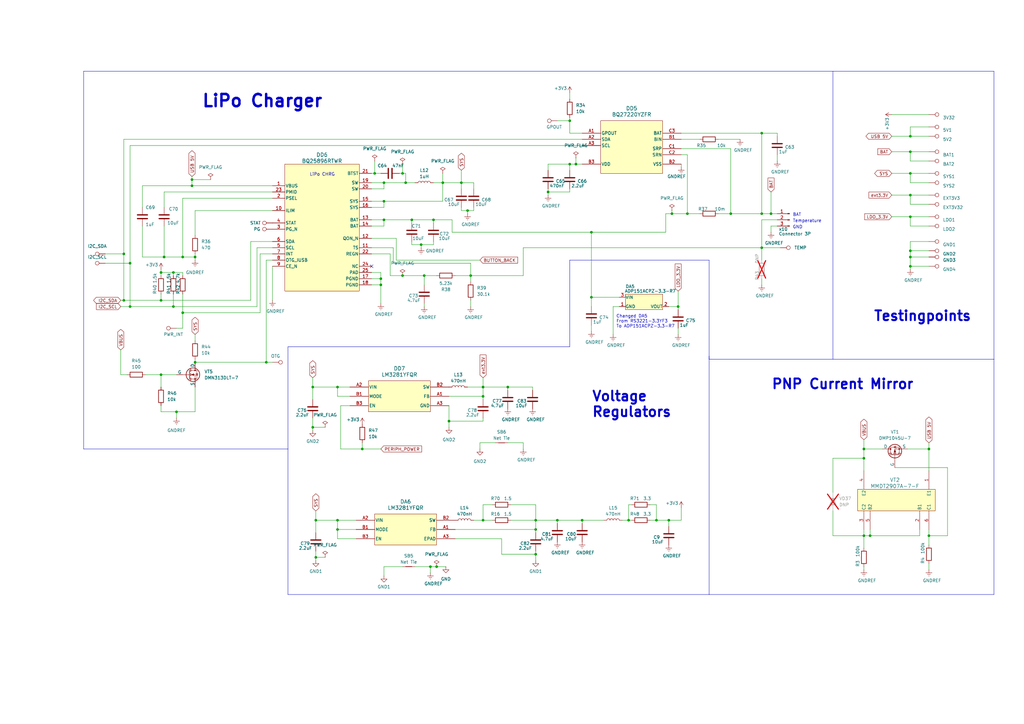
<source format=kicad_sch>
(kicad_sch (version 20250114) (generator "eeschema") (generator_version "9.0")
  (paper "A3")
  (title_block (title "Flipper Device DIY") (rev "13.F7B9C6") (company "Originally from : Flipper Devices Inc.") (comment 1 "DIY Version 1.0"))
  (lib_symbols
    (symbol "BQ25896RTWR:BQ25896RTWR" (pin_names (offset 0.254))
      (property "Reference" "DD6" (at 0 38.1 0))
      (property "Value" "BQ25896RTWR" (at 0 35.56 0))
      (symbol "BQ25896RTWR_0_1"
        (pin power_in line (at -20.32 25.4 0) (length 5.08) (name "VBUS") (number "1"))
        (pin output line (at -20.32 22.86 0) (length 5.08) (name "PMID") (number "23"))
        (pin input line (at -20.32 20.32 0) (length 5.08) (name "PSEL") (number "2"))
        (pin input line (at -20.32 15.24 0) (length 5.08) (name "ILIM") (number "10"))
        (pin open_collector line (at -20.32 10.16 0) (length 5.08) (name "STAT") (number "4"))
        (pin bidirectional line (at -20.32 2.54 0) (length 5.08) (name "SDA") (number "6"))
        (pin input line (at -20.32 0 0) (length 5.08) (name "SCL") (number "5"))
        (pin bidirectional line (at -20.32 -2.54 0) (length 5.08) (name "INT") (number "7"))
        (pin input line (at -20.32 -5.08 0) (length 5.08) (name "OTG_IUSB") (number "8"))
        (pin input line (at -20.32 -7.62 0) (length 5.08) (name "CE_N") (number "9"))
        (pin power_in line (at 20.32 30.48 180) (length 5.08) (name "BTST") (number "21"))
        (pin power_in line (at 20.32 26.67 180) (length 5.08) (name "SW") (number "19"))
        (pin power_in line (at 20.32 24.13 180) (length 5.08) (name "SW") (number "20"))
        (pin input line (at 20.32 19.05 180) (length 5.08) (name "SYS") (number "15"))
        (pin input line (at 20.32 16.51 180) (length 5.08) (name "SYS") (number "16"))
        (pin power_in line (at 20.32 11.43 180) (length 5.08) (name "BAT") (number "13"))
        (pin power_in line (at 20.32 8.89 180) (length 5.08) (name "BAT") (number "14"))
        (pin input line (at 20.32 3.81 180) (length 5.08) (name "QON_N") (number "12"))
        (pin input line (at 20.32 0 180) (length 5.08) (name "TS") (number "11"))
        (pin power_in line (at 20.32 -2.54 180) (length 5.08) (name "REGN") (number "22"))
        (pin unspecified line (at 20.32 -7.62 180) (length 5.08) (name "NC") (number "24"))
        (pin power_in line (at 20.32 -10.16 180) (length 5.08) (name "PAD") (number "25"))
        (pin power_in line (at 20.32 -12.7 180) (length 5.08) (name "PGND") (number "17"))
        (pin power_in line (at 20.32 -15.24 180) (length 5.08) (name "PGND") (number "18"))
      )
      (symbol "BQ25896RTWR_1_1"
        (pin open_collector line (at -20.32 7.62 0) (length 5.08) (name "PG_N") (number "3"))
      )
    )
    (symbol "BQ27220YZFR:BQ27220YZFR" (pin_names (offset 0.254))
      (property "Reference" "DD5" (at 20.32 10.16 0))
      (property "Value" "BQ27220YZFR" (at 20.32 7.62 0))
      (symbol "BQ27220YZFR_0_1"
        (pin output line (at 0 0 0) (length 7.62) (name "GPOUT") (number "A1"))
        (pin bidirectional line (at 0 -2.54 0) (length 7.62) (name "SDA") (number "A2"))
        (pin bidirectional line (at 0 -5.08 0) (length 7.62) (name "SCL") (number "A3"))
        (pin power_in line (at 0 -12.7 0) (length 7.62) (name "VDD") (number "B3"))
        (pin input line (at 40.64 0 180) (length 7.62) (name "BAT") (number "C3"))
        (pin input line (at 40.64 -6.35 180) (length 7.62) (name "SRP") (number "C1"))
        (pin input line (at 40.64 -8.89 180) (length 7.62) (name "SRN") (number "C2"))
        (pin power_in line (at 40.64 -12.7 180) (length 7.62) (name "VSS") (number "B2"))
      )
      (symbol "BQ27220YZFR_1_1"
        (pin input line (at 40.64 -2.54 180) (length 7.62) (name "BIN") (number "B1"))
      )
    )
    (symbol "Connector2:Conn_01x03_Male" (pin_names (offset 1.016) (hide yes))
      (property "Reference" "J" (at 0 5.08 0))
      (property "Value" "Conn_01x03_Male" (at 0 -5.08 0))
      (symbol "Conn_01x03_Male_1_1"
        (pin passive line (at 5.08 2.54 180) (length 3.81) (name "Pin_1") (number "1"))
        (pin passive line (at 5.08 0 180) (length 3.81) (name "Pin_2") (number "2"))
        (pin passive line (at 5.08 -2.54 180) (length 3.81) (name "Pin_3") (number "3"))
      )
    )
    (symbol "Connector:TestPoint" (pin_numbers (hide yes)) (pin_names (offset 0.762) (hide yes))
      (property "Reference" "TP" (at 0 6.858 0))
      (property "Value" "TestPoint" (at 0 5.08 0))
      (symbol "TestPoint_1_1"
        (pin passive line (at 0 0 90) (length 2.54) (name "1") (number "1"))
      )
    )
    (symbol "Device:C" (pin_numbers (hide yes)) (pin_names (offset 0.254))
      (property "Reference" "C" (at 0.635 2.54 0))
      (property "Value" "C" (at 0.635 -2.54 0))
      (symbol "C_1_1"
        (pin passive line (at 0 3.81 270) (length 2.794) (name "~") (number "1"))
        (pin passive line (at 0 -3.81 90) (length 2.794) (name "~") (number "2"))
      )
    )
    (symbol "Device:D" (pin_numbers (hide yes)) (pin_names (offset 1.016) (hide yes))
      (property "Reference" "D" (at 0 2.54 0))
      (property "Value" "D" (at 0 -2.54 0))
      (symbol "D_1_1"
        (pin passive line (at -3.81 0 0) (length 2.54) (name "K") (number "1"))
        (pin passive line (at 3.81 0 180) (length 2.54) (name "A") (number "2"))
      )
    )
    (symbol "Device:L" (pin_numbers (hide yes)) (pin_names (offset 1.016) (hide yes))
      (property "Reference" "L" (at -1.27 0 90))
      (property "Value" "L" (at 1.905 0 90))
      (symbol "L_1_1"
        (pin passive line (at 0 3.81 270) (length 1.27) (name "1") (number "1"))
        (pin passive line (at 0 -3.81 90) (length 1.27) (name "2") (number "2"))
      )
    )
    (symbol "Device:NetTie_2" (pin_numbers (hide yes)) (pin_names (offset 0) (hide yes)) (in_bom no)
      (property "Reference" "NT" (at 0 1.27 0))
      (property "Value" "NetTie_2" (at 0 -1.27 0))
      (symbol "NetTie_2_1_1"
        (pin passive line (at -2.54 0 0) (length 2.54) (name "1") (number "1"))
        (pin passive line (at 2.54 0 180) (length 2.54) (name "2") (number "2"))
      )
    )
    (symbol "Device:R" (pin_numbers (hide yes)) (pin_names (offset 0))
      (property "Reference" "R" (at 2.032 0 90))
      (property "Value" "R" (at 0 0 90))
      (symbol "R_1_1"
        (pin passive line (at 0 3.81 270) (length 1.27) (name "~") (number "1"))
        (pin passive line (at 0 -3.81 90) (length 1.27) (name "~") (number "2"))
      )
    )
    (symbol "Flipper_Zero_Lib:RS3221-3.3YF3" (pin_names (offset 0.0001))
      (property "Reference" "DA5" (at -5.715 1.905 0))
      (property "Value" "ADP151ACPZ-3.3-R7" (at 2.54 0 0))
      (symbol "RS3221-3.3YF3_1_1"
        (pin input line (at -10.16 -2.54 0) (length 2.54) (name "VIN") (number "3"))
        (pin passive line (at -10.16 -6.35 0) (length 2.54) (name "GND") (number "1"))
        (pin output line (at 10.16 -6.35 180) (length 2.54) (name "VOUT") (number "2"))
      )
    )
    (symbol "LM3281YFQR:LM3281YFQR" (pin_names (offset 0.254))
      (property "Reference" "U1" (at 20.32 10.16 0))
      (property "Value" "LM3281YFQR" (at 20.32 7.62 0))
      (symbol "LM3281YFQR_0_1"
        (pin input line (at 0 2.54 0) (length 7.62) (name "VIN") (number "A2"))
        (pin unspecified line (at 0 -1.27 0) (length 7.62) (name "MODE") (number "B1"))
        (pin unspecified line (at 40.64 2.54 180) (length 7.62) (name "SW") (number "B2"))
        (pin output line (at 40.64 -1.27 180) (length 7.62) (name "FB") (number "A1"))
      )
      (symbol "LM3281YFQR_1_1"
        (pin unspecified line (at 0 -5.08 0) (length 7.62) (name "EN") (number "B3"))
        (pin unspecified line (at 40.64 -5.08 180) (length 7.62) (name "EPAD") (number "A3"))
      )
    )
    (symbol "LM3281YFQR_1" (pin_names (offset 0.254))
      (property "Reference" "DD7" (at 20.32 10.16 0))
      (property "Value" "LM3281YFQR" (at 20.32 7.62 0))
      (symbol "LM3281YFQR_1_0_1"
        (pin input line (at 0 2.54 0) (length 7.62) (name "VIN") (number "A2"))
        (pin unspecified line (at 0 -1.27 0) (length 7.62) (name "MODE") (number "B1"))
        (pin unspecified line (at 40.64 2.54 180) (length 7.62) (name "SW") (number "B2"))
        (pin output line (at 40.64 -1.27 180) (length 7.62) (name "FB") (number "A1"))
      )
      (symbol "LM3281YFQR_1_1_1"
        (pin unspecified line (at 0 -5.08 0) (length 7.62) (name "EN") (number "B3"))
        (pin unspecified line (at 40.64 -5.08 180) (length 7.62) (name "GND") (number "A3"))
      )
    )
    (symbol "MMDT2907A-7-F:MMDT2907A-7-F" (pin_names (offset 0.254))
      (property "Reference" "U3" (at 55.88 6.35 0))
      (property "Value" "MMDT2907A-7-F" (at 55.88 3.81 0))
      (symbol "MMDT2907A-7-F_0_1"
        (pin unspecified line (at 12.7 16.51 270) (length 7.62) (name "E2") (number "4"))
        (pin unspecified line (at 12.7 -7.62 90) (length 7.62) (name "C2") (number "3"))
        (pin unspecified line (at 15.24 -7.62 90) (length 7.62) (name "B2") (number "5"))
        (pin unspecified line (at 35.56 -7.62 90) (length 7.62) (name "B1") (number "2"))
        (pin unspecified line (at 39.37 16.51 270) (length 7.62) (name "E1") (number "1"))
        (pin unspecified line (at 39.37 -7.62 90) (length 7.62) (name "C1") (number "6"))
      )
    )
    (symbol "Simulation_SPICE:NMOS" (pin_numbers (hide yes)) (pin_names (offset 0))
      (property "Reference" "Q" (at 5.08 1.27 0))
      (property "Value" "NMOS" (at 5.08 -1.27 0))
      (symbol "NMOS_1_1"
        (pin input line (at -5.08 0 0) (length 2.54) (name "G") (number "2"))
        (pin passive line (at 2.54 5.08 270) (length 2.54) (name "D") (number "1"))
        (pin passive line (at 2.54 -5.08 90) (length 2.54) (name "S") (number "3"))
      )
    )
    (symbol "Simulation_SPICE:PMOS" (pin_numbers (hide yes)) (pin_names (offset 0))
      (property "Reference" "Q" (at 5.08 1.27 0))
      (property "Value" "PMOS" (at 5.08 -1.27 0))
      (symbol "PMOS_1_1"
        (pin input line (at -5.08 0 0) (length 2.54) (name "G") (number "2"))
        (pin passive line (at 2.54 5.08 270) (length 2.54) (name "D") (number "1"))
        (pin passive line (at 2.54 -5.08 90) (length 2.54) (name "S") (number "3"))
      )
    )
    (symbol "power:+3V3" (power) (pin_names (offset 0))
      (property "Value" "+3V3" (at 0 3.556 0))
      (symbol "+3V3_1_1"
        (pin power_in line (at 0 0 90) (length 0) (hide yes) (name "+3V3") (number "1"))
      )
    )
    (symbol "power:GND" (power) (pin_numbers (hide yes)) (pin_names (offset 0) (hide yes))
      (property "Value" "GND" (at 0 -3.81 0))
      (symbol "GND_1_1"
        (pin power_in line (at 0 0 270) (length 0) (name "~") (number "1"))
      )
    )
    (symbol "power:GND1" (power) (pin_names (offset 0))
      (property "Value" "GND1" (at 0 -3.81 0))
      (symbol "GND1_1_1"
        (pin power_in line (at 0 0 270) (length 0) (hide yes) (name "GND1") (number "1"))
      )
    )
    (symbol "power:GND2" (power) (pin_names (offset 0))
      (property "Value" "GND2" (at 0 -3.81 0))
      (symbol "GND2_1_1"
        (pin power_in line (at 0 0 270) (length 0) (hide yes) (name "GND2") (number "1"))
      )
    )
    (symbol "power:GNDREF" (power) (pin_names (offset 0))
      (property "Value" "GNDREF" (at 0 -3.81 0))
      (symbol "GNDREF_1_1"
        (pin power_in line (at 0 0 270) (length 0) (hide yes) (name "GNDREF") (number "1"))
      )
    )
    (symbol "power:PWR_FLAG" (power) (pin_numbers (hide yes)) (pin_names (offset 0) (hide yes))
      (property "Value" "PWR_FLAG" (at 0 3.81 0))
      (symbol "PWR_FLAG_0_0"
        (pin power_out line (at 0 0 90) (length 0) (name "~") (number "1"))
      )
    )
  )
  (text "LiPo CHRG" (at 127 72.39 0) (effects (font (size 1.27 1.27)) (justify left bottom)))
  (text "PNP Current Mirror" (at 316.23 160.02 0) (effects (font (size 4 4) (bold yes)) (justify left bottom)))
  (text "GND" (at 325.12 93.98 0) (effects (font (size 1.27 1.27)) (justify left bottom)))
  (text "BAT" (at 325.12 88.9 0) (effects (font (size 1.27 1.27)) (justify left bottom)))
  (text "Testingpoints" (at 358.14 132.08 0) (effects (font (size 4 4) (bold yes)) (justify left bottom)))
  (text "Changed DA5 \nFrom RS3221-3.3YF3\nTo ADP151ACPZ-3.3-R7\n" (at 252.73 134.62 0) (effects (font (size 1.27 1.27)) (justify left bottom)))
  (text "Voltage\nRegulators" (at 242.57 171.45 0) (effects (font (size 4 4) (thickness 0.8) (bold yes)) (justify left bottom)))
  (text "LiPo Charger" (at 82.55 44.45 0) (effects (font (size 5 5) (thickness 1) (bold yes)) (justify left bottom)))
  (text "Temperature" (at 325.12 91.44 0) (effects (font (size 1.27 1.27)) (justify left bottom)))
  (junction (at 219.71 227.33))
  (junction (at 373.38 105.41))
  (junction (at 153.67 71.12))
  (junction (at 53.34 107.95))
  (junction (at 74.93 128.27))
  (junction (at 373.38 102.87))
  (junction (at 278.13 125.73))
  (junction (at 50.8 123.19))
  (junction (at 191.77 86.36))
  (junction (at 242.57 121.92))
  (junction (at 138.43 217.17))
  (junction (at 172.72 100.33))
  (junction (at 312.42 87.63))
  (junction (at 129.54 228.6))
  (junction (at 275.59 87.63))
  (junction (at 354.33 184.15))
  (junction (at 198.12 162.56))
  (junction (at 373.38 62.23))
  (junction (at 157.48 90.17))
  (junction (at 312.42 54.61))
  (junction (at 71.12 111.76))
  (junction (at 257.81 213.36))
  (junction (at 373.38 80.01))
  (junction (at 80.01 105.41))
  (junction (at 71.12 125.73))
  (junction (at 173.99 113.03))
  (junction (at 269.24 213.36))
  (junction (at 198.12 213.36))
  (junction (at 156.21 114.3))
  (junction (at 78.74 73.66))
  (junction (at 233.68 67.31))
  (junction (at 354.33 219.71))
  (junction (at 312.42 101.6))
  (junction (at 219.71 213.36))
  (junction (at 109.22 148.59))
  (junction (at 228.6 213.36))
  (junction (at 66.04 153.67))
  (junction (at 66.04 123.19))
  (junction (at 165.1 113.03))
  (junction (at 219.71 217.17))
  (junction (at 53.34 125.73))
  (junction (at 177.8 90.17))
  (junction (at 128.27 158.75))
  (junction (at 184.15 172.72))
  (junction (at 74.93 105.41))
  (junction (at 193.04 113.03))
  (junction (at 181.61 74.93))
  (junction (at 78.74 76.2))
  (junction (at 233.68 49.53))
  (junction (at 176.53 232.41))
  (junction (at 373.38 55.88))
  (junction (at 198.12 158.75))
  (junction (at 356.87 219.71))
  (junction (at 373.38 71.12))
  (junction (at 129.54 213.36))
  (junction (at 156.21 116.84))
  (junction (at 157.48 74.93))
  (junction (at 373.38 109.22))
  (junction (at 299.72 87.63))
  (junction (at 80.01 148.59))
  (junction (at 274.32 213.36))
  (junction (at 50.8 104.14))
  (junction (at 128.27 175.26))
  (junction (at 67.31 105.41))
  (junction (at 236.22 67.31))
  (junction (at 72.39 168.91))
  (junction (at 354.33 187.96))
  (junction (at 166.37 74.93))
  (junction (at 373.38 88.9))
  (junction (at 381 184.15))
  (junction (at 189.23 74.93))
  (junction (at 224.79 78.74))
  (junction (at 179.07 232.41))
  (junction (at 316.23 87.63))
  (junction (at 168.91 90.17))
  (junction (at 148.59 184.15))
  (junction (at 381 219.71))
  (junction (at 208.28 158.75))
  (junction (at 242.57 95.25))
  (junction (at 238.76 213.36))
  (junction (at 66.04 111.76))
  (junction (at 165.1 71.12))
  (junction (at 281.94 87.63))
  (junction (at 138.43 213.36))
  (junction (at 138.43 158.75))
  (junction (at 157.48 82.55))
  (no_connect (at 152.4 109.22))
  (wire (pts (xy 373.38 80.01) (xy 381 80.01)))
  (wire (pts (xy 186.69 217.17) (xy 219.71 217.17)))
  (wire (pts (xy 128.27 154.94) (xy 128.27 158.75)))
  (wire (pts (xy 148.59 184.15) (xy 156.21 184.15)))
  (wire (pts (xy 53.34 107.95) (xy 53.34 125.73)))
  (wire (pts (xy 381 219.71) (xy 381 217.17)))
  (wire (pts (xy 152.4 74.93) (xy 157.48 74.93)))
  (wire (pts (xy 111.76 109.22) (xy 111.76 123.19)))
  (wire (pts (xy 354.33 219.71) (xy 341.63 219.71)))
  (wire (pts (xy 233.68 67.31) (xy 236.22 67.31)))
  (polyline (pts (xy 34.29 29.21) (xy 341.63 29.21)))
  (wire (pts (xy 152.4 92.71) (xy 157.48 92.71)))
  (wire (pts (xy 381 83.82) (xy 373.38 83.82)))
  (wire (pts (xy 381 66.04) (xy 373.38 66.04)))
  (wire (pts (xy 193.04 113.03) (xy 186.69 113.03)))
  (wire (pts (xy 341.63 219.71) (xy 341.63 209.55)))
  (wire (pts (xy 78.74 76.2) (xy 111.76 76.2)))
  (wire (pts (xy 273.05 87.63) (xy 275.59 87.63)))
  (wire (pts (xy 139.7 166.37) (xy 143.51 166.37)))
  (wire (pts (xy 233.68 38.1) (xy 233.68 40.64)))
  (wire (pts (xy 111.76 86.36) (xy 80.01 86.36)))
  (wire (pts (xy 106.68 104.14) (xy 106.68 128.27)))
  (wire (pts (xy 74.93 113.03) (xy 74.93 111.76)))
  (wire (pts (xy 184.15 172.72) (xy 184.15 175.26)))
  (wire (pts (xy 257.81 207.01) (xy 257.81 213.36)))
  (wire (pts (xy 381 184.15) (xy 372.11 184.15)))
  (wire (pts (xy 161.29 101.6) (xy 161.29 107.95)))
  (wire (pts (xy 184.15 172.72) (xy 184.15 166.37)))
  (wire (pts (xy 156.21 111.76) (xy 156.21 114.3)))
  (wire (pts (xy 189.23 74.93) (xy 181.61 74.93)))
  (wire (pts (xy 78.74 73.66) (xy 86.36 73.66)))
  (wire (pts (xy 219.71 217.17) (xy 219.71 218.44)))
  (wire (pts (xy 312.42 87.63) (xy 316.23 87.63)))
  (wire (pts (xy 186.69 220.98) (xy 205.74 220.98)))
  (wire (pts (xy 156.21 116.84) (xy 156.21 124.46)))
  (wire (pts (xy 194.31 74.93) (xy 189.23 74.93)))
  (wire (pts (xy 377.19 219.71) (xy 356.87 219.71)))
  (wire (pts (xy 129.54 209.55) (xy 129.54 213.36)))
  (wire (pts (xy 233.68 49.53) (xy 228.6 49.53)))
  (wire (pts (xy 365.76 71.12) (xy 373.38 71.12)))
  (wire (pts (xy 236.22 67.31) (xy 238.76 67.31)))
  (wire (pts (xy 157.48 92.71) (xy 157.48 90.17)))
  (wire (pts (xy 274.32 213.36) (xy 279.4 213.36)))
  (wire (pts (xy 381 74.93) (xy 373.38 74.93)))
  (wire (pts (xy 185.42 90.17) (xy 185.42 95.25)))
  (wire (pts (xy 381 193.04) (xy 381 184.15)))
  (wire (pts (xy 170.18 232.41) (xy 176.53 232.41)))
  (wire (pts (xy 129.54 228.6) (xy 129.54 229.87)))
  (wire (pts (xy 233.68 48.26) (xy 233.68 49.53)))
  (wire (pts (xy 177.8 90.17) (xy 185.42 90.17)))
  (wire (pts (xy 50.8 104.14) (xy 50.8 123.19)))
  (wire (pts (xy 233.68 78.74) (xy 233.68 77.47)))
  (wire (pts (xy 162.56 97.79) (xy 162.56 106.68)))
  (wire (pts (xy 181.61 71.12) (xy 181.61 74.93)))
  (wire (pts (xy 299.72 87.63) (xy 312.42 87.63)))
  (wire (pts (xy 209.55 213.36) (xy 219.71 213.36)))
  (wire (pts (xy 373.38 88.9) (xy 381 88.9)))
  (wire (pts (xy 365.76 88.9) (xy 373.38 88.9)))
  (wire (pts (xy 129.54 213.36) (xy 129.54 218.44)))
  (wire (pts (xy 43.18 107.95) (xy 53.34 107.95)))
  (wire (pts (xy 161.29 107.95) (xy 193.04 107.95)))
  (wire (pts (xy 214.63 101.6) (xy 214.63 113.03)))
  (wire (pts (xy 157.48 85.09) (xy 152.4 85.09)))
  (wire (pts (xy 228.6 214.63) (xy 228.6 213.36)))
  (wire (pts (xy 66.04 111.76) (xy 66.04 113.03)))
  (wire (pts (xy 152.4 111.76) (xy 156.21 111.76)))
  (wire (pts (xy 157.48 82.55) (xy 157.48 85.09)))
  (wire (pts (xy 58.42 85.09) (xy 58.42 76.2)))
  (wire (pts (xy 177.8 100.33) (xy 172.72 100.33)))
  (wire (pts (xy 189.23 86.36) (xy 191.77 86.36)))
  (wire (pts (xy 71.12 111.76) (xy 66.04 111.76)))
  (wire (pts (xy 66.04 110.49) (xy 66.04 111.76)))
  (wire (pts (xy 312.42 101.6) (xy 214.63 101.6)))
  (wire (pts (xy 224.79 78.74) (xy 233.68 78.74)))
  (wire (pts (xy 312.42 101.6) (xy 312.42 106.68)))
  (wire (pts (xy 71.12 113.03) (xy 71.12 111.76)))
  (wire (pts (xy 177.8 90.17) (xy 168.91 90.17)))
  (wire (pts (xy 72.39 134.62) (xy 74.93 134.62)))
  (polyline (pts (xy 34.29 184.15) (xy 118.11 184.15)))
  (wire (pts (xy 198.12 158.75) (xy 198.12 162.56)))
  (wire (pts (xy 388.62 191.77) (xy 388.62 219.71)))
  (wire (pts (xy 373.38 62.23) (xy 381 62.23)))
  (wire (pts (xy 193.04 115.57) (xy 193.04 113.03)))
  (wire (pts (xy 66.04 168.91) (xy 72.39 168.91)))
  (wire (pts (xy 214.63 181.61) (xy 214.63 184.15)))
  (wire (pts (xy 238.76 57.15) (xy 50.8 57.15)))
  (wire (pts (xy 157.48 232.41) (xy 165.1 232.41)))
  (wire (pts (xy 381 92.71) (xy 373.38 92.71)))
  (wire (pts (xy 274.32 213.36) (xy 269.24 213.36)))
  (wire (pts (xy 157.48 74.93) (xy 166.37 74.93)))
  (wire (pts (xy 318.77 54.61) (xy 318.77 55.88)))
  (wire (pts (xy 381 52.07) (xy 373.38 52.07)))
  (wire (pts (xy 50.8 123.19) (xy 66.04 123.19)))
  (wire (pts (xy 238.76 213.36) (xy 247.65 213.36)))
  (polyline (pts (xy 34.29 29.21) (xy 34.29 184.15)))
  (wire (pts (xy 275.59 86.36) (xy 275.59 87.63)))
  (wire (pts (xy 224.79 67.31) (xy 233.68 67.31)))
  (wire (pts (xy 388.62 219.71) (xy 381 219.71)))
  (wire (pts (xy 157.48 90.17) (xy 152.4 90.17)))
  (wire (pts (xy 105.41 101.6) (xy 105.41 125.73)))
  (wire (pts (xy 266.7 207.01) (xy 269.24 207.01)))
  (wire (pts (xy 279.4 54.61) (xy 312.42 54.61)))
  (wire (pts (xy 354.33 184.15) (xy 354.33 187.96)))
  (wire (pts (xy 172.72 100.33) (xy 172.72 101.6)))
  (polyline (pts (xy 118.11 184.15) (xy 118.11 142.24)))
  (wire (pts (xy 143.51 162.56) (xy 138.43 162.56)))
  (wire (pts (xy 49.53 143.51) (xy 49.53 153.67)))
  (wire (pts (xy 233.68 54.61) (xy 233.68 49.53)))
  (wire (pts (xy 138.43 162.56) (xy 138.43 158.75)))
  (wire (pts (xy 224.79 77.47) (xy 224.79 78.74)))
  (wire (pts (xy 80.01 168.91) (xy 80.01 158.75)))
  (wire (pts (xy 373.38 99.06) (xy 373.38 102.87)))
  (wire (pts (xy 198.12 172.72) (xy 184.15 172.72)))
  (wire (pts (xy 139.7 184.15) (xy 139.7 166.37)))
  (wire (pts (xy 316.23 87.63) (xy 318.77 87.63)))
  (wire (pts (xy 205.74 227.33) (xy 219.71 227.33)))
  (polyline (pts (xy 118.11 184.15) (xy 118.11 243.84)))
  (wire (pts (xy 72.39 168.91) (xy 72.39 171.45)))
  (wire (pts (xy 251.46 125.73) (xy 251.46 137.16)))
  (wire (pts (xy 281.94 63.5) (xy 279.4 63.5)))
  (wire (pts (xy 52.07 153.67) (xy 49.53 153.67)))
  (wire (pts (xy 74.93 134.62) (xy 74.93 128.27)))
  (wire (pts (xy 208.28 158.75) (xy 208.28 160.02)))
  (wire (pts (xy 341.63 187.96) (xy 354.33 187.96)))
  (wire (pts (xy 354.33 217.17) (xy 354.33 219.71)))
  (wire (pts (xy 152.4 82.55) (xy 157.48 82.55)))
  (wire (pts (xy 242.57 95.25) (xy 273.05 95.25)))
  (wire (pts (xy 146.05 220.98) (xy 138.43 220.98)))
  (wire (pts (xy 312.42 114.3) (xy 312.42 116.84)))
  (wire (pts (xy 184.15 162.56) (xy 198.12 162.56)))
  (wire (pts (xy 193.04 107.95) (xy 193.04 113.03)))
  (wire (pts (xy 157.48 77.47) (xy 157.48 74.93)))
  (wire (pts (xy 138.43 158.75) (xy 143.51 158.75)))
  (wire (pts (xy 74.93 128.27) (xy 74.93 120.65)))
  (wire (pts (xy 153.67 66.04) (xy 153.67 71.12)))
  (wire (pts (xy 152.4 71.12) (xy 153.67 71.12)))
  (wire (pts (xy 168.91 90.17) (xy 157.48 90.17)))
  (wire (pts (xy 111.76 101.6) (xy 105.41 101.6)))
  (wire (pts (xy 181.61 82.55) (xy 157.48 82.55)))
  (wire (pts (xy 53.34 125.73) (xy 49.53 125.73)))
  (wire (pts (xy 198.12 171.45) (xy 198.12 172.72)))
  (wire (pts (xy 189.23 85.09) (xy 189.23 86.36)))
  (wire (pts (xy 66.04 120.65) (xy 66.04 123.19)))
  (wire (pts (xy 316.23 78.74) (xy 316.23 87.63)))
  (wire (pts (xy 177.8 74.93) (xy 181.61 74.93)))
  (wire (pts (xy 219.71 226.06) (xy 219.71 227.33)))
  (wire (pts (xy 224.79 69.85) (xy 224.79 67.31)))
  (wire (pts (xy 191.77 86.36) (xy 191.77 87.63)))
  (wire (pts (xy 373.38 55.88) (xy 381 55.88)))
  (wire (pts (xy 181.61 74.93) (xy 181.61 82.55)))
  (wire (pts (xy 111.76 106.68) (xy 109.22 106.68)))
  (wire (pts (xy 58.42 76.2) (xy 78.74 76.2)))
  (wire (pts (xy 198.12 154.94) (xy 198.12 158.75)))
  (polyline (pts (xy 233.68 106.68) (xy 290.83 106.68)))
  (wire (pts (xy 373.38 52.07) (xy 373.38 55.88)))
  (wire (pts (xy 228.6 213.36) (xy 219.71 213.36)))
  (wire (pts (xy 146.05 217.17) (xy 138.43 217.17)))
  (polyline (pts (xy 341.63 147.32) (xy 290.83 147.32)))
  (wire (pts (xy 219.71 227.33) (xy 219.71 229.87)))
  (wire (pts (xy 373.38 83.82) (xy 373.38 80.01)))
  (wire (pts (xy 294.64 57.15) (xy 303.53 57.15)))
  (wire (pts (xy 278.13 125.73) (xy 278.13 127)))
  (wire (pts (xy 105.41 125.73) (xy 71.12 125.73)))
  (wire (pts (xy 312.42 54.61) (xy 318.77 54.61)))
  (wire (pts (xy 205.74 220.98) (xy 205.74 227.33)))
  (wire (pts (xy 111.76 104.14) (xy 106.68 104.14)))
  (wire (pts (xy 74.93 111.76) (xy 71.12 111.76)))
  (wire (pts (xy 148.59 184.15) (xy 139.7 184.15)))
  (wire (pts (xy 208.28 181.61) (xy 214.63 181.61)))
  (wire (pts (xy 59.69 153.67) (xy 66.04 153.67)))
  (wire (pts (xy 189.23 74.93) (xy 189.23 77.47)))
  (polyline (pts (xy 118.11 243.84) (xy 290.83 243.84)))
  (wire (pts (xy 312.42 101.6) (xy 320.04 101.6)))
  (wire (pts (xy 312.42 87.63) (xy 312.42 54.61)))
  (wire (pts (xy 341.63 201.93) (xy 341.63 187.96)))
  (wire (pts (xy 279.4 60.96) (xy 299.72 60.96)))
  (wire (pts (xy 238.76 214.63) (xy 238.76 213.36)))
  (wire (pts (xy 198.12 207.01) (xy 198.12 213.36)))
  (wire (pts (xy 373.38 74.93) (xy 373.38 71.12)))
  (polyline (pts (xy 118.11 142.24) (xy 233.68 142.24)))
  (wire (pts (xy 80.01 147.32) (xy 80.01 148.59)))
  (wire (pts (xy 373.38 92.71) (xy 373.38 88.9)))
  (wire (pts (xy 53.34 59.69) (xy 53.34 107.95)))
  (wire (pts (xy 365.76 55.88) (xy 373.38 55.88)))
  (wire (pts (xy 148.59 181.61) (xy 148.59 184.15)))
  (wire (pts (xy 381 99.06) (xy 373.38 99.06)))
  (wire (pts (xy 316.23 92.71) (xy 318.77 92.71)))
  (wire (pts (xy 166.37 71.12) (xy 166.37 74.93)))
  (wire (pts (xy 233.68 67.31) (xy 233.68 69.85)))
  (wire (pts (xy 165.1 113.03) (xy 160.02 113.03)))
  (wire (pts (xy 381 109.22) (xy 373.38 109.22)))
  (wire (pts (xy 238.76 59.69) (xy 53.34 59.69)))
  (wire (pts (xy 50.8 57.15) (xy 50.8 104.14)))
  (wire (pts (xy 66.04 166.37) (xy 66.04 168.91)))
  (wire (pts (xy 172.72 100.33) (xy 168.91 100.33)))
  (wire (pts (xy 361.95 184.15) (xy 354.33 184.15)))
  (wire (pts (xy 242.57 121.92) (xy 242.57 125.73)))
  (wire (pts (xy 177.8 91.44) (xy 177.8 90.17)))
  (wire (pts (xy 365.76 80.01) (xy 373.38 80.01)))
  (wire (pts (xy 373.38 66.04) (xy 373.38 62.23)))
  (wire (pts (xy 373.38 102.87) (xy 373.38 105.41)))
  (wire (pts (xy 198.12 213.36) (xy 201.93 213.36)))
  (wire (pts (xy 166.37 74.93) (xy 170.18 74.93)))
  (wire (pts (xy 156.21 114.3) (xy 156.21 116.84)))
  (wire (pts (xy 152.4 97.79) (xy 162.56 97.79)))
  (polyline (pts (xy 407.67 147.32) (xy 407.67 147.32)))
  (wire (pts (xy 179.07 232.41) (xy 182.88 232.41)))
  (wire (pts (xy 219.71 207.01) (xy 219.71 213.36)))
  (wire (pts (xy 196.85 181.61) (xy 196.85 184.15)))
  (wire (pts (xy 381 219.71) (xy 381 223.52)))
  (wire (pts (xy 354.33 180.34) (xy 354.33 184.15)))
  (wire (pts (xy 177.8 99.06) (xy 177.8 100.33)))
  (wire (pts (xy 365.76 62.23) (xy 373.38 62.23)))
  (wire (pts (xy 279.4 68.58) (xy 279.4 67.31)))
  (wire (pts (xy 128.27 175.26) (xy 133.35 175.26)))
  (wire (pts (xy 109.22 148.59) (xy 80.01 148.59)))
  (wire (pts (xy 67.31 92.71) (xy 67.31 105.41)))
  (wire (pts (xy 236.22 64.77) (xy 236.22 67.31)))
  (wire (pts (xy 318.77 90.17) (xy 312.42 90.17)))
  (wire (pts (xy 373.38 109.22) (xy 373.38 110.49)))
  (wire (pts (xy 354.33 219.71) (xy 354.33 224.79)))
  (wire (pts (xy 274.32 125.73) (xy 278.13 125.73)))
  (wire (pts (xy 80.01 137.16) (xy 80.01 139.7)))
  (polyline (pts (xy 233.68 142.24) (xy 233.68 106.68)))
  (polyline (pts (xy 290.83 243.84) (xy 290.83 147.32)))
  (wire (pts (xy 219.71 213.36) (xy 219.71 217.17)))
  (wire (pts (xy 259.08 207.01) (xy 257.81 207.01)))
  (wire (pts (xy 58.42 105.41) (xy 67.31 105.41)))
  (wire (pts (xy 58.42 92.71) (xy 58.42 105.41)))
  (wire (pts (xy 281.94 87.63) (xy 281.94 63.5)))
  (wire (pts (xy 254 121.92) (xy 242.57 121.92)))
  (wire (pts (xy 269.24 213.36) (xy 266.7 213.36)))
  (wire (pts (xy 299.72 87.63) (xy 294.64 87.63)))
  (wire (pts (xy 299.72 60.96) (xy 299.72 87.63)))
  (wire (pts (xy 381 181.61) (xy 381 184.15)))
  (wire (pts (xy 152.4 116.84) (xy 156.21 116.84)))
  (wire (pts (xy 67.31 78.74) (xy 111.76 78.74)))
  (wire (pts (xy 194.31 77.47) (xy 194.31 74.93)))
  (wire (pts (xy 356.87 219.71) (xy 354.33 219.71)))
  (wire (pts (xy 157.48 232.41) (xy 157.48 236.22)))
  (polyline (pts (xy 407.67 243.84) (xy 407.67 147.32)))
  (wire (pts (xy 109.22 106.68) (xy 109.22 148.59)))
  (wire (pts (xy 377.19 217.17) (xy 377.19 219.71)))
  (wire (pts (xy 193.04 123.19) (xy 193.04 125.73)))
  (wire (pts (xy 66.04 153.67) (xy 66.04 158.75)))
  (wire (pts (xy 71.12 120.65) (xy 71.12 125.73)))
  (wire (pts (xy 278.13 134.62) (xy 278.13 137.16)))
  (wire (pts (xy 128.27 158.75) (xy 138.43 158.75)))
  (wire (pts (xy 189.23 69.85) (xy 189.23 74.93)))
  (wire (pts (xy 201.93 207.01) (xy 198.12 207.01)))
  (wire (pts (xy 275.59 87.63) (xy 281.94 87.63)))
  (wire (pts (xy 198.12 162.56) (xy 198.12 163.83)))
  (wire (pts (xy 74.93 81.28) (xy 74.93 105.41)))
  (wire (pts (xy 128.27 175.26) (xy 128.27 176.53)))
  (wire (pts (xy 238.76 213.36) (xy 228.6 213.36)))
  (wire (pts (xy 168.91 91.44) (xy 168.91 90.17)))
  (wire (pts (xy 279.4 57.15) (xy 287.02 57.15)))
  (wire (pts (xy 203.2 181.61) (xy 196.85 181.61)))
  (wire (pts (xy 66.04 123.19) (xy 102.87 123.19)))
  (wire (pts (xy 381 102.87) (xy 373.38 102.87)))
  (wire (pts (xy 152.4 101.6) (xy 161.29 101.6)))
  (wire (pts (xy 198.12 158.75) (xy 208.28 158.75)))
  (wire (pts (xy 194.31 213.36) (xy 198.12 213.36)))
  (wire (pts (xy 173.99 113.03) (xy 173.99 116.84)))
  (wire (pts (xy 218.44 158.75) (xy 218.44 160.02)))
  (wire (pts (xy 179.07 113.03) (xy 173.99 113.03)))
  (polyline (pts (xy 290.83 147.32) (xy 290.83 146.05)))
  (wire (pts (xy 128.27 158.75) (xy 128.27 163.83)))
  (wire (pts (xy 242.57 95.25) (xy 242.57 121.92)))
  (wire (pts (xy 49.53 123.19) (xy 50.8 123.19)))
  (wire (pts (xy 365.76 46.99) (xy 381 46.99)))
  (wire (pts (xy 74.93 105.41) (xy 80.01 105.41)))
  (wire (pts (xy 274.32 215.9) (xy 274.32 213.36)))
  (wire (pts (xy 78.74 72.39) (xy 78.74 73.66)))
  (wire (pts (xy 80.01 105.41) (xy 80.01 106.68)))
  (polyline (pts (xy 407.67 29.21) (xy 407.67 147.32)))
  (polyline (pts (xy 290.83 243.84) (xy 407.67 243.84)))
  (wire (pts (xy 173.99 113.03) (xy 165.1 113.03)))
  (wire (pts (xy 173.99 124.46) (xy 173.99 125.73)))
  (wire (pts (xy 176.53 232.41) (xy 179.07 232.41)))
  (wire (pts (xy 129.54 213.36) (xy 138.43 213.36)))
  (wire (pts (xy 67.31 105.41) (xy 74.93 105.41)))
  (wire (pts (xy 160.02 113.03) (xy 160.02 104.14)))
  (wire (pts (xy 160.02 104.14) (xy 152.4 104.14)))
  (wire (pts (xy 109.22 148.59) (xy 111.76 148.59)))
  (wire (pts (xy 78.74 73.66) (xy 78.74 76.2)))
  (wire (pts (xy 165.1 67.31) (xy 165.1 71.12)))
  (wire (pts (xy 373.38 105.41) (xy 373.38 109.22)))
  (wire (pts (xy 153.67 71.12) (xy 156.21 71.12)))
  (wire (pts (xy 162.56 106.68) (xy 196.85 106.68)))
  (wire (pts (xy 129.54 228.6) (xy 133.35 228.6)))
  (wire (pts (xy 128.27 171.45) (xy 128.27 175.26)))
  (wire (pts (xy 43.18 104.14) (xy 50.8 104.14)))
  (wire (pts (xy 168.91 100.33) (xy 168.91 99.06)))
  (polyline (pts (xy 407.67 147.32) (xy 341.63 147.32)))
  (wire (pts (xy 102.87 123.19) (xy 102.87 99.06)))
  (wire (pts (xy 67.31 85.09) (xy 67.31 78.74)))
  (wire (pts (xy 242.57 133.35) (xy 242.57 135.89)))
  (wire (pts (xy 102.87 99.06) (xy 111.76 99.06)))
  (wire (pts (xy 257.81 213.36) (xy 259.08 213.36)))
  (wire (pts (xy 255.27 213.36) (xy 257.81 213.36)))
  (wire (pts (xy 224.79 78.74) (xy 224.79 80.01)))
  (wire (pts (xy 66.04 153.67) (xy 72.39 153.67)))
  (wire (pts (xy 165.1 71.12) (xy 166.37 71.12)))
  (wire (pts (xy 191.77 158.75) (xy 198.12 158.75)))
  (wire (pts (xy 279.4 213.36) (xy 279.4 208.28)))
  (wire (pts (xy 194.31 86.36) (xy 194.31 85.09)))
  (wire (pts (xy 287.02 87.63) (xy 281.94 87.63)))
  (wire (pts (xy 356.87 217.17) (xy 356.87 219.71)))
  (polyline (pts (xy 290.83 106.68) (xy 290.83 147.32)))
  (wire (pts (xy 354.33 232.41) (xy 354.33 233.68)))
  (wire (pts (xy 381 105.41) (xy 373.38 105.41)))
  (wire (pts (xy 254 125.73) (xy 251.46 125.73)))
  (wire (pts (xy 381 231.14) (xy 381 233.68)))
  (wire (pts (xy 214.63 113.03) (xy 193.04 113.03)))
  (wire (pts (xy 80.01 105.41) (xy 80.01 104.14)))
  (wire (pts (xy 72.39 168.91) (xy 80.01 168.91)))
  (wire (pts (xy 163.83 71.12) (xy 165.1 71.12)))
  (wire (pts (xy 106.68 128.27) (xy 74.93 128.27)))
  (wire (pts (xy 278.13 119.38) (xy 278.13 125.73)))
  (wire (pts (xy 354.33 187.96) (xy 354.33 193.04)))
  (wire (pts (xy 318.77 63.5) (xy 318.77 66.04)))
  (wire (pts (xy 312.42 90.17) (xy 312.42 101.6)))
  (wire (pts (xy 111.76 81.28) (xy 74.93 81.28)))
  (wire (pts (xy 209.55 207.01) (xy 219.71 207.01)))
  (polyline (pts (xy 341.63 29.21) (xy 407.67 29.21)))
  (wire (pts (xy 269.24 207.01) (xy 269.24 213.36)))
  (wire (pts (xy 238.76 54.61) (xy 233.68 54.61)))
  (wire (pts (xy 273.05 95.25) (xy 273.05 87.63)))
  (wire (pts (xy 373.38 71.12) (xy 381 71.12)))
  (wire (pts (xy 176.53 232.41) (xy 176.53 234.95)))
  (polyline (pts (xy 341.63 147.32) (xy 341.63 29.21)))
  (wire (pts (xy 138.43 213.36) (xy 146.05 213.36)))
  (wire (pts (xy 191.77 86.36) (xy 194.31 86.36)))
  (wire (pts (xy 71.12 125.73) (xy 53.34 125.73)))
  (wire (pts (xy 316.23 95.25) (xy 316.23 92.71)))
  (wire (pts (xy 152.4 114.3) (xy 156.21 114.3)))
  (wire (pts (xy 138.43 217.17) (xy 138.43 213.36)))
  (wire (pts (xy 185.42 95.25) (xy 242.57 95.25)))
  (wire (pts (xy 129.54 226.06) (xy 129.54 228.6)))
  (wire (pts (xy 80.01 86.36) (xy 80.01 96.52)))
  (wire (pts (xy 152.4 77.47) (xy 157.48 77.47)))
  (wire (pts (xy 367.03 191.77) (xy 388.62 191.77)))
  (wire (pts (xy 138.43 220.98) (xy 138.43 217.17)))
  (wire (pts (xy 208.28 158.75) (xy 218.44 158.75)))
  (global_label "I2C_SDA" (shape bidirectional) (at 49.53 123.19 180) (property "Intersheetrefs" "${INTERSHEET_REFS}" (effects (hide yes))))
  (global_label "LDO_3.3V" (shape input) (at 278.13 119.38 90) (property "Intersheetrefs" "${INTERSHEET_REFS}" (effects (hide yes))))
  (global_label "PERIPH_POWER" (shape input) (at 156.21 184.15 0) (property "Intersheetrefs" "${INTERSHEET_REFS}" (effects (hide yes))))
  (global_label "BAT" (shape input) (at 316.23 78.74 90) (property "Intersheetrefs" "${INTERSHEET_REFS}" (effects (hide yes))))
  (global_label "VBUS" (shape bidirectional) (at 354.33 180.34 90) (property "Intersheetrefs" "${INTERSHEET_REFS}" (effects (hide yes))))
  (global_label "USB 5V" (shape bidirectional) (at 381 181.61 90) (property "Intersheetrefs" "${INTERSHEET_REFS}" (effects (hide yes))))
  (global_label "SYS" (shape bidirectional) (at 129.54 209.55 90) (property "Intersheetrefs" "${INTERSHEET_REFS}" (effects (hide yes))))
  (global_label "ext3.3V" (shape input) (at 198.12 154.94 90) (property "Intersheetrefs" "${INTERSHEET_REFS}" (effects (hide yes))))
  (global_label "I2C_SCL" (shape input) (at 49.53 125.73 180) (property "Intersheetrefs" "${INTERSHEET_REFS}" (effects (hide yes))))
  (global_label "USB 5V" (shape bidirectional) (at 365.76 55.88 180) (property "Intersheetrefs" "${INTERSHEET_REFS}" (effects (hide yes))))
  (global_label "SYS" (shape bidirectional) (at 189.23 69.85 90) (property "Intersheetrefs" "${INTERSHEET_REFS}" (effects (hide yes))))
  (global_label "USB 5V" (shape bidirectional) (at 78.74 72.39 90) (property "Intersheetrefs" "${INTERSHEET_REFS}" (effects (hide yes))))
  (global_label "VBUS" (shape bidirectional) (at 49.53 143.51 90) (property "Intersheetrefs" "${INTERSHEET_REFS}" (effects (hide yes))))
  (global_label "SYS" (shape bidirectional) (at 80.01 137.16 90) (property "Intersheetrefs" "${INTERSHEET_REFS}" (effects (hide yes))))
  (global_label "BUTTON_BACK" (shape input) (at 196.85 106.68 0) (property "Intersheetrefs" "${INTERSHEET_REFS}" (effects (hide yes))))
  (global_label "SYS" (shape bidirectional) (at 128.27 154.94 90) (property "Intersheetrefs" "${INTERSHEET_REFS}" (effects (hide yes))))
  (global_label "LDO_3.3V" (shape input) (at 365.76 88.9 180) (property "Intersheetrefs" "${INTERSHEET_REFS}" (effects (hide yes))))
  (global_label "ext3.3V" (shape input) (at 365.76 80.01 180) (property "Intersheetrefs" "${INTERSHEET_REFS}" (effects (hide yes))))
  (global_label "BAT" (shape input) (at 365.76 62.23 180) (property "Intersheetrefs" "${INTERSHEET_REFS}" (effects (hide yes))))
  (global_label "SYS" (shape bidirectional) (at 365.76 71.12 180) (property "Intersheetrefs" "${INTERSHEET_REFS}" (effects (hide yes))))
  (symbol (lib_id "Device:C") (at 194.31 81.28 0) (mirror x) (unit 1)
    (property "Reference" "C68" (at 197.485 81.915 0) (effects (justify left)))
    (property "Value" "10uF" (at 194.945 83.82 0) (effects (justify left)))
    (property "Footprint" "Capacitor_SMD:C_0603_1608Metric" (effects (hide yes)))
  )
  (symbol (lib_id "Connector:TestPoint") (at 381 74.93 270) (unit 1)
    (property "Reference" "TP13" (effects (hide yes)))
    (property "Value" "SYS2" (at 386.715 76.2 90) (effects (justify left)))
    (property "Footprint" "TestPoint:TestPoint_Pad_1.0x1.0mm" (effects (hide yes)))
  )
  (symbol (lib_id "Connector:TestPoint") (at 381 99.06 270) (unit 1)
    (property "Reference" "TP18" (effects (hide yes)))
    (property "Value" "GND1" (at 386.715 100.33 90) (effects (justify left)))
    (property "Footprint" "TestPoint:TestPoint_Pad_1.0x1.0mm" (effects (hide yes)))
  )
  (symbol (lib_id "Simulation_SPICE:PMOS") (at 367.03 186.69 90) (unit 1)
    (property "Reference" "VT1" (at 367.03 177.165 90))
    (property "Value" "DMP1045U-7" (at 367.03 179.705 90))
    (property "Footprint" "Package_TO_SOT_SMD:SOT-23-3" (effects (hide yes)))
    (property "Datasheet" "https://ngspice.sourceforge.io/docs/ngspice-manual.pdf" (effects (hide yes)))
    (property "Sim.Device" "PMOS" (effects (hide yes)))
    (property "Sim.Type" "VDMOS" (effects (hide yes)))
    (property "Sim.Pins" "1=D 2=G 3=S" (effects (hide yes)))
  )
  (symbol (lib_id "power:GNDREF") (at 218.44 167.64 0) (unit 1)
    (property "Reference" "#PWR023" (effects (hide yes)))
    (property "Value" "GNDREF" (at 219.71 172.085 0))
  )
  (symbol (lib_id "Device:R") (at 381 227.33 180) (unit 1)
    (property "Reference" "R4" (at 378.46 229.87 90))
    (property "Value" "100k" (at 378.46 224.79 90))
    (property "Footprint" "Resistor_SMD:R_0402_1005Metric" (effects (hide yes)))
  )
  (symbol (lib_id "power:+3V3") (at 233.68 38.1 0) (unit 1)
    (property "Reference" "#PWR010" (effects (hide yes)))
    (property "Value" "+3V3" (at 229.87 36.195 0))
  )
  (symbol (lib_id "LM3281YFQR:LM3281YFQR") (at 146.05 215.9 0) (unit 1)
    (property "Reference" "DA6" (at 166.37 205.74 0) (effects (font (size 1.524 1.524))))
    (property "Value" "LM3281YFQR" (at 166.37 208.28 0) (effects (font (size 1.524 1.524))))
    (property "Footprint" "footprints:LM3281YFQR" (effects (hide yes)))
    (property "Datasheet" "LM3281YFQR" (effects (hide yes)))
  )
  (symbol (lib_id "power:GND1") (at 157.48 236.22 0) (unit 1)
    (property "Reference" "#PWR029" (effects (hide yes)))
    (property "Value" "GND1" (at 157.48 240.665 0))
  )
  (symbol (lib_id "power:GNDREF") (at 274.32 223.52 0) (unit 1)
    (property "Reference" "#PWR032" (effects (hide yes)))
    (property "Value" "GNDREF" (at 275.59 227.965 0))
  )
  (symbol (lib_id "power:+3V3") (at 365.76 46.99 90) (unit 1)
    (property "Reference" "#PWR036" (effects (hide yes)))
    (property "Value" "+3V3" (at 363.855 50.8 0))
  )
  (symbol (lib_id "power:GNDREF") (at 193.04 125.73 0) (unit 1)
    (property "Reference" "#PWR07" (effects (hide yes)))
    (property "Value" "GNDREF" (at 194.31 130.175 0))
  )
  (symbol (lib_id "Device:C") (at 224.79 73.66 0) (mirror x) (unit 1)
    (property "Reference" "C65" (at 227.965 74.295 0) (effects (justify left)))
    (property "Value" "470nF" (at 225.425 76.2 0) (effects (justify left)))
    (property "Footprint" "Capacitor_SMD:C_0402_1005Metric" (effects (hide yes)))
  )
  (symbol (lib_id "power:PWR_FLAG") (at 275.59 86.36 0) (unit 1)
    (property "Reference" "#FLG06" (effects (hide yes)))
    (property "Value" "PWR_FLAG" (at 275.59 81.28 0))
    (property "Description" "Special symbol for telling ERC where power comes from" (effects (hide yes)))
  )
  (symbol (lib_id "power:PWR_FLAG") (at 133.35 228.6 0) (unit 1)
    (property "Reference" "#FLG010" (effects (hide yes)))
    (property "Value" "PWR_FLAG" (at 133.35 223.52 0))
    (property "Description" "Special symbol for telling ERC where power comes from" (effects (hide yes)))
  )
  (symbol (lib_id "power:GNDREF") (at 312.42 116.84 0) (unit 1)
    (property "Reference" "#PWR015" (effects (hide yes)))
    (property "Value" "GNDREF" (at 313.69 121.285 0))
  )
  (symbol (lib_id "power:PWR_FLAG") (at 165.1 113.03 0) (unit 1)
    (property "Reference" "#FLG07" (effects (hide yes)))
    (property "Value" "PWR_FLAG" (at 165.1 107.95 0))
    (property "Description" "Special symbol for telling ERC where power comes from" (effects (hide yes)))
  )
  (symbol (lib_id "power:GND") (at 182.88 232.41 0) (unit 1)
    (property "Reference" "#PWR0159" (effects (hide yes)))
    (property "Value" "GND" (at 182.88 237.49 0))
    (property "Description" "Power symbol creates a global label with name \"GND\" , ground" (effects (hide yes)))
  )
  (symbol (lib_id "Connector:TestPoint") (at 228.6 49.53 90) (unit 1)
    (property "Reference" "TP5" (effects (hide yes)))
    (property "Value" "GPOUT" (at 227.33 52.07 90))
    (property "Footprint" "TestPoint:TestPoint_Pad_1.0x1.0mm" (effects (hide yes)))
  )
  (symbol (lib_id "Connector:TestPoint") (at 381 62.23 270) (unit 1)
    (property "Reference" "TP10" (effects (hide yes)))
    (property "Value" "BAT1" (at 386.715 63.5 90) (effects (justify left)))
    (property "Footprint" "TestPoint:TestPoint_Pad_1.0x1.0mm" (effects (hide yes)))
  )
  (symbol (lib_id "power:PWR_FLAG") (at 165.1 67.31 0) (unit 1)
    (property "Reference" "#FLG04" (effects (hide yes)))
    (property "Value" "PWR_FLAG" (at 165.1 62.23 0))
    (property "Description" "Special symbol for telling ERC where power comes from" (effects (hide yes)))
  )
  (symbol (lib_id "Connector:TestPoint") (at 381 80.01 270) (unit 1)
    (property "Reference" "TP14" (effects (hide yes)))
    (property "Value" "EXT3V3" (at 386.715 81.28 90) (effects (justify left)))
    (property "Footprint" "TestPoint:TestPoint_Pad_1.0x1.0mm" (effects (hide yes)))
  )
  (symbol (lib_id "power:+3V3") (at 66.04 110.49 0) (unit 1)
    (property "Reference" "#PWR02" (effects (hide yes)))
    (property "Value" "+3V3" (at 62.23 108.585 0))
  )
  (symbol (lib_id "power:GNDREF") (at 173.99 125.73 0) (unit 1)
    (property "Reference" "#PWR08" (effects (hide yes)))
    (property "Value" "GNDREF" (at 175.26 130.175 0))
  )
  (symbol (lib_id "Device:C") (at 233.68 73.66 0) (mirror x) (unit 1)
    (property "Reference" "C66" (at 236.855 74.295 0) (effects (justify left)))
    (property "Value" "2.2uF" (at 234.315 76.2 0) (effects (justify left)))
    (property "Footprint" "Capacitor_SMD:C_0402_1005Metric" (effects (hide yes)))
  )
  (symbol (lib_id "Device:NetTie_2") (at 205.74 181.61 0) (unit 1) (in_bom no)
    (property "Reference" "SB6" (at 205.74 177.165 0))
    (property "Value" "Net Tie" (at 205.74 179.705 0))
    (property "Footprint" "NetTie:NetTie-2_SMD_Pad0.5mm" (effects (hide yes)))
  )
  (symbol (lib_id "Flipper_Zero_Lib:RS3221-3.3YF3") (at 264.16 119.38 0) (unit 1)
    (property "Reference" "DA5" (at 258.445 117.475 0))
    (property "Value" "ADP151ACPZ-3.3-R7" (at 266.7 119.38 0))
    (property "Footprint" "Package_CSP:LFCSP-6-1EP_2x2mm_P0.65mm_EP1x1.6mm" (effects (hide yes)))
  )
  (symbol (lib_id "Device:R") (at 80.01 100.33 0) (unit 1)
    (property "Reference" "R36" (at 82.55 99.06 0) (effects (justify left)))
    (property "Value" "470" (at 82.55 101.6 0) (effects (justify left)))
    (property "Footprint" "Resistor_SMD:R_0402_1005Metric" (effects (hide yes)))
  )
  (symbol (lib_id "Connector:TestPoint") (at 43.18 107.95 90) (unit 1)
    (property "Reference" "TP23" (effects (hide yes)))
    (property "Value" "I2C_SCL" (at 39.878 105.41 90))
    (property "Footprint" "TestPoint:TestPoint_Pad_1.0x1.0mm" (effects (hide yes)))
  )
  (symbol (lib_id "power:GNDREF") (at 381 233.68 0) (unit 1)
    (property "Reference" "#PWR035" (effects (hide yes)))
    (property "Value" "GNDREF" (at 382.27 238.125 0))
  )
  (symbol (lib_id "Device:C") (at 242.57 129.54 0) (mirror x) (unit 1)
    (property "Reference" "C74" (at 245.745 130.175 0) (effects (justify left)))
    (property "Value" "1uF" (at 243.205 132.08 0) (effects (justify left)))
    (property "Footprint" "Capacitor_SMD:C_0402_1005Metric" (effects (hide yes)))
  )
  (symbol (lib_id "Device:R") (at 80.01 143.51 0) (unit 1)
    (property "Reference" "R44" (at 82.55 142.24 0) (effects (justify left)))
    (property "Value" "10k" (at 82.55 144.78 0) (effects (justify left)))
    (property "Footprint" "Resistor_SMD:R_0402_1005Metric" (effects (hide yes)))
  )
  (symbol (lib_id "BQ27220YZFR:BQ27220YZFR") (at 238.76 54.61 0) (unit 1)
    (property "Reference" "DD5" (at 259.08 44.45 0) (effects (font (size 1.524 1.524))))
    (property "Value" "BQ27220YZFR" (at 259.08 46.99 0) (effects (font (size 1.524 1.524))))
    (property "Footprint" "footprints:BQ27220YZFR" (effects (hide yes)))
    (property "Datasheet" "BQ27220YZFR" (effects (hide yes)))
  )
  (symbol (lib_id "Device:R") (at 354.33 228.6 180) (unit 1)
    (property "Reference" "R3" (at 351.79 231.14 90))
    (property "Value" "100k" (at 351.79 226.06 90))
    (property "Footprint" "Capacitor_SMD:C_0402_1005Metric" (effects (hide yes)))
  )
  (symbol (lib_id "Connector:TestPoint") (at 381 66.04 270) (unit 1)
    (property "Reference" "TP11" (effects (hide yes)))
    (property "Value" "BAT2" (at 386.715 67.31 90) (effects (justify left)))
    (property "Footprint" "TestPoint:TestPoint_Pad_1.0x1.0mm" (effects (hide yes)))
  )
  (symbol (lib_id "Device:R") (at 312.42 110.49 180) (unit 1) (dnp yes)
    (property "Reference" "R43" (at 310.515 113.03 90))
    (property "Value" "DNP" (at 310.515 106.045 90))
    (property "Footprint" "Resistor_SMD:R_0402_1005Metric" (effects (hide yes)))
  )
  (symbol (lib_id "power:GNDREF") (at 224.79 80.01 0) (unit 1)
    (property "Reference" "#PWR09" (effects (hide yes)))
    (property "Value" "GNDREF" (at 226.06 84.455 0))
  )
  (symbol (lib_id "power:GNDREF") (at 238.76 222.25 0) (unit 1)
    (property "Reference" "#PWR031" (effects (hide yes)))
    (property "Value" "GNDREF" (at 240.03 226.695 0))
  )
  (symbol (lib_id "Device:R") (at 148.59 177.8 0) (unit 1)
    (property "Reference" "R47" (at 151.13 176.53 0) (effects (justify left)))
    (property "Value" "10k" (at 151.13 179.07 0) (effects (justify left)))
    (property "Footprint" "Resistor_SMD:R_0402_1005Metric" (effects (hide yes)))
  )
  (symbol (lib_id "power:GNDREF") (at 172.72 101.6 0) (unit 1)
    (property "Reference" "#PWR06" (effects (hide yes)))
    (property "Value" "GNDREF" (at 178.435 102.87 0))
  )
  (symbol (lib_id "power:PWR_FLAG") (at 133.35 175.26 0) (unit 1)
    (property "Reference" "#FLG08" (effects (hide yes)))
    (property "Value" "PWR_FLAG" (at 133.35 170.18 0))
    (property "Description" "Special symbol for telling ERC where power comes from" (effects (hide yes)))
  )
  (symbol (lib_id "Connector:TestPoint") (at 381 52.07 270) (unit 1)
    (property "Reference" "TP8" (effects (hide yes)))
    (property "Value" "5V1" (at 386.715 53.34 90) (effects (justify left)))
    (property "Footprint" "TestPoint:TestPoint_Pad_1.0x1.0mm" (effects (hide yes)))
  )
  (symbol (lib_id "power:GNDREF") (at 354.33 233.68 0) (unit 1)
    (property "Reference" "#PWR034" (effects (hide yes)))
    (property "Value" "GNDREF" (at 355.6 238.125 0))
  )
  (symbol (lib_id "Device:R") (at 290.83 87.63 90) (unit 1)
    (property "Reference" "R37" (at 288.29 85.725 90))
    (property "Value" "10m" (at 295.275 85.725 90))
    (property "Footprint" "Resistor_SMD:R_2512_6332Metric" (effects (hide yes)))
  )
  (symbol (lib_id "Connector:TestPoint") (at 381 102.87 270) (unit 1)
    (property "Reference" "TP19" (effects (hide yes)))
    (property "Value" "GND2" (at 386.715 104.14 90) (effects (justify left)))
    (property "Footprint" "TestPoint:TestPoint_Pad_1.0x1.0mm" (effects (hide yes)))
  )
  (symbol (lib_id "Device:R") (at 55.88 153.67 90) (unit 1)
    (property "Reference" "R45" (at 55.88 147.955 90))
    (property "Value" "100" (at 55.88 150.495 90))
    (property "Footprint" "Resistor_SMD:R_0402_1005Metric" (effects (hide yes)))
  )
  (symbol (lib_id "power:GNDREF") (at 80.01 106.68 0) (unit 1)
    (property "Reference" "#PWR01" (effects (hide yes)))
    (property "Value" "GNDREF" (at 80.01 111.76 0))
  )
  (symbol (lib_id "Connector:TestPoint") (at 111.76 91.44 90) (unit 1)
    (property "Reference" "TP1" (effects (hide yes)))
    (property "Value" "STAT" (at 104.775 91.44 90))
    (property "Footprint" "TestPoint:TestPoint_Pad_1.0x1.0mm" (effects (hide yes)))
  )
  (symbol (lib_id "Connector:TestPoint") (at 381 71.12 270) (unit 1)
    (property "Reference" "TP12" (effects (hide yes)))
    (property "Value" "SYS1" (at 386.715 72.39 90) (effects (justify left)))
    (property "Footprint" "TestPoint:TestPoint_Pad_1.0x1.0mm" (effects (hide yes)))
  )
  (symbol (lib_id "Device:R") (at 290.83 57.15 90) (unit 1)
    (property "Reference" "R35" (at 287.655 59.69 90))
    (property "Value" "10k" (at 295.91 59.69 90))
    (property "Footprint" "Resistor_SMD:R_0402_1005Metric" (effects (hide yes)))
  )
  (symbol (lib_id "Device:C") (at 58.42 88.9 0) (unit 1)
    (property "Reference" "C69" (at 59.69 85.09 0) (effects (justify left)))
    (property "Value" "1uF" (at 59.69 92.075 0) (effects (justify left)))
    (property "Footprint" "Capacitor_SMD:C_0603_1608Metric" (effects (hide yes)))
  )
  (symbol (lib_id "power:GND2") (at 196.85 184.15 0) (unit 1)
    (property "Reference" "#PWR024" (effects (hide yes)))
    (property "Value" "GND2" (at 196.85 189.23 0))
  )
  (symbol (lib_id "Device:C") (at 318.77 59.69 0) (mirror x) (unit 1)
    (property "Reference" "C63" (at 321.945 60.325 0) (effects (justify left)))
    (property "Value" "1uF" (at 319.405 62.23 0) (effects (justify left)))
    (property "Footprint" "Capacitor_SMD:C_0402_1005Metric" (effects (hide yes)))
  )
  (symbol (lib_id "power:PWR_FLAG") (at 179.07 232.41 0) (unit 1)
    (property "Reference" "#FLG013" (effects (hide yes)))
    (property "Value" "PWR_FLAG" (at 179.07 227.33 0))
    (property "Description" "Special symbol for telling ERC where power comes from" (effects (hide yes)))
  )
  (symbol (lib_id "Device:C") (at 198.12 167.64 0) (mirror x) (unit 1)
    (property "Reference" "C78" (at 191.77 168.275 0) (effects (justify left)))
    (property "Value" "2.2uF" (at 191.135 170.18 0) (effects (justify left)))
    (property "Footprint" "Capacitor_SMD:C_0402_1005Metric" (effects (hide yes)))
  )
  (symbol (lib_id "Device:C") (at 160.02 71.12 90) (unit 1)
    (property "Reference" "C64" (at 158.75 67.945 90) (effects (justify left)))
    (property "Value" "47nF" (at 165.735 67.945 90) (effects (justify left)))
    (property "Footprint" "Capacitor_SMD:C_0402_1005Metric" (effects (hide yes)))
  )
  (symbol (lib_id "Device:R") (at 262.89 207.01 90) (unit 1)
    (property "Reference" "R71" (at 260.35 204.47 90))
    (property "Value" "3.3" (at 265.43 204.47 90))
    (property "Footprint" "Resistor_SMD:R_0402_1005Metric" (effects (hide yes)))
  )
  (symbol (lib_id "Device:C") (at 189.23 81.28 180) (unit 1)
    (property "Reference" "C67" (at 186.055 81.915 0) (effects (justify left)))
    (property "Value" "10uF" (at 188.595 83.82 0) (effects (justify left)))
    (property "Footprint" "Capacitor_SMD:C_0603_1608Metric" (effects (hide yes)))
  )
  (symbol (lib_id "Device:NetTie_2") (at 167.64 232.41 0) (unit 1) (in_bom no)
    (property "Reference" "SB5" (at 167.64 227.965 0))
    (property "Value" "Net Tie" (at 167.64 230.505 0))
    (property "Footprint" "NetTie:NetTie-2_SMD_Pad0.5mm" (effects (hide yes)))
  )
  (symbol (lib_id "Connector:TestPoint") (at 381 88.9 270) (unit 1)
    (property "Reference" "TP16" (effects (hide yes)))
    (property "Value" "LDO1" (at 386.715 90.17 90) (effects (justify left)))
    (property "Footprint" "TestPoint:TestPoint_Pad_1.0x1.0mm" (effects (hide yes)))
  )
  (symbol (lib_id "Connector:TestPoint") (at 381 92.71 270) (unit 1)
    (property "Reference" "TP17" (effects (hide yes)))
    (property "Value" "LDO2" (at 386.715 93.98 90) (effects (justify left)))
    (property "Footprint" "TestPoint:TestPoint_Pad_1.0x1.0mm" (effects (hide yes)))
  )
  (symbol (lib_id "Device:R") (at 66.04 116.84 0) (unit 1)
    (property "Reference" "R40" (at 63.5 120.65 90) (effects (justify left)))
    (property "Value" "1.5k" (at 63.5 116.205 90) (effects (justify left)))
    (property "Footprint" "Resistor_SMD:R_0402_1005Metric" (effects (hide yes)))
  )
  (symbol (lib_id "Device:R") (at 193.04 119.38 0) (unit 1)
    (property "Reference" "R39" (at 195.58 118.11 0) (effects (justify left)))
    (property "Value" "30.1k" (at 195.58 120.65 0) (effects (justify left)))
    (property "Footprint" "Resistor_SMD:R_0402_1005Metric" (effects (hide yes)))
  )
  (symbol (lib_id "Connector:TestPoint") (at 381 83.82 270) (unit 1)
    (property "Reference" "TP15" (effects (hide yes)))
    (property "Value" "EXT3V32" (at 386.715 85.09 90) (effects (justify left)))
    (property "Footprint" "TestPoint:TestPoint_Pad_1.0x1.0mm" (effects (hide yes)))
  )
  (symbol (lib_id "Connector:TestPoint") (at 111.76 148.59 270) (unit 1)
    (property "Reference" "TP4" (effects (hide yes)))
    (property "Value" "OTG" (at 113.03 146.05 90))
    (property "Footprint" "TestPoint:TestPoint_Pad_1.0x1.0mm" (effects (hide yes)))
  )
  (symbol (lib_id "Device:C") (at 129.54 222.25 0) (mirror x) (unit 1)
    (property "Reference" "C79" (at 123.19 222.885 0) (effects (justify left)))
    (property "Value" "2.2uF" (at 122.555 224.79 0) (effects (justify left)))
    (property "Footprint" "Capacitor_SMD:C_0402_1005Metric" (effects (hide yes)))
  )
  (symbol (lib_id "Connector:TestPoint") (at 381 109.22 270) (unit 1)
    (property "Reference" "TP21" (effects (hide yes)))
    (property "Value" "GND4" (at 386.715 110.49 90) (effects (justify left)))
    (property "Footprint" "TestPoint:TestPoint_Pad_1.0x1.0mm" (effects (hide yes)))
  )
  (symbol (lib_id "power:PWR_FLAG") (at 153.67 66.04 0) (unit 1)
    (property "Reference" "#FLG05" (effects (hide yes)))
    (property "Value" "PWR_FLAG" (at 153.67 60.96 0))
    (property "Description" "Special symbol for telling ERC where power comes from" (effects (hide yes)))
  )
  (symbol (lib_id "Connector:TestPoint") (at 320.04 101.6 270) (unit 1)
    (property "Reference" "TP6" (effects (hide yes)))
    (property "Value" "TEMP" (at 328.295 101.6 90))
    (property "Footprint" "TestPoint:TestPoint_Pad_1.0x1.0mm" (effects (hide yes)))
  )
  (symbol (lib_id "Device:R") (at 66.04 162.56 0) (unit 1)
    (property "Reference" "R46" (at 68.58 161.29 0) (effects (justify left)))
    (property "Value" "10k" (at 68.58 163.83 0) (effects (justify left)))
    (property "Footprint" "Resistor_SMD:R_0402_1005Metric" (effects (hide yes)))
  )
  (symbol (lib_id "power:GNDREF") (at 242.57 135.89 0) (unit 1)
    (property "Reference" "#PWR016" (effects (hide yes)))
    (property "Value" "GNDREF" (at 243.84 140.335 0))
  )
  (symbol (lib_id "Device:R") (at 205.74 207.01 90) (unit 1)
    (property "Reference" "R70" (at 203.2 204.47 90))
    (property "Value" "1.5" (at 208.28 204.47 90))
    (property "Footprint" "Resistor_SMD:R_0402_1005Metric" (effects (hide yes)))
  )
  (symbol (lib_id "Connector2:Conn_01x03_Male") (at 323.85 90.17 0) (mirror y) (unit 1)
    (property "Reference" "x10" (at 319.405 93.98 0) (effects (justify right)))
    (property "Value" "Connector 3P" (at 319.405 95.885 0) (effects (justify right)))
    (property "Footprint" "Connector_PinHeader_2.54mm:PinHeader_1x03_P2.54mm_Horizontal" (effects (hide yes)))
  )
  (symbol (lib_id "Device:R") (at 71.12 116.84 0) (unit 1)
    (property "Reference" "R41" (at 69.215 120.65 90) (effects (justify left)))
    (property "Value" "1.5k" (at 69.215 116.205 90) (effects (justify left)))
    (property "Footprint" "Resistor_SMD:R_0402_1005Metric" (effects (hide yes)))
  )
  (symbol (lib_id "Device:D") (at 341.63 205.74 270) (unit 1) (dnp yes)
    (property "Reference" "VD37" (at 344.17 204.47 90) (effects (justify left)))
    (property "Value" "DNP" (at 344.17 207.01 90) (effects (justify left)))
    (property "Footprint" "Diode_SMD:D_SOD-523" (effects (hide yes)))
    (property "Sim.Device" "D" (effects (hide yes)))
    (property "Sim.Pins" "1=K 2=A" (effects (hide yes)))
  )
  (symbol (lib_id "power:+3V3") (at 279.4 208.28 0) (unit 1)
    (property "Reference" "#PWR033" (effects (hide yes)))
    (property "Value" "+3V3" (at 275.59 206.375 0))
  )
  (symbol (lib_id "power:GNDREF") (at 251.46 137.16 0) (unit 1)
    (property "Reference" "#PWR017" (effects (hide yes)))
    (property "Value" "GNDREF" (at 252.73 141.605 0))
  )
  (symbol (lib_id "Device:C") (at 278.13 130.81 0) (mirror x) (unit 1)
    (property "Reference" "C75" (at 281.305 131.445 0) (effects (justify left)))
    (property "Value" "1uF" (at 278.765 133.35 0) (effects (justify left)))
    (property "Footprint" "Capacitor_SMD:C_0402_1005Metric" (effects (hide yes)))
  )
  (symbol (lib_id "Device:C") (at 67.31 88.9 0) (unit 1)
    (property "Reference" "C70" (at 69.215 85.725 0) (effects (justify left)))
    (property "Value" "10uF" (at 68.58 91.44 0) (effects (justify left)))
    (property "Footprint" "Capacitor_SMD:C_0603_1608Metric" (effects (hide yes)))
  )
  (symbol (lib_id "power:+3V3") (at 148.59 173.99 0) (unit 1)
    (property "Reference" "#PWR021" (effects (hide yes)))
    (property "Value" "+3V3" (at 144.78 172.085 0))
  )
  (symbol (lib_id "power:GND1") (at 219.71 229.87 0) (unit 1)
    (property "Reference" "#PWR027" (effects (hide yes)))
    (property "Value" "GND1" (at 219.71 234.315 0))
  )
  (symbol (lib_id "Device:C") (at 168.91 95.25 180) (unit 1)
    (property "Reference" "C71" (at 172.72 92.71 0) (effects (justify left)))
    (property "Value" "10uF" (at 173.99 97.79 0) (effects (justify left)))
    (property "Footprint" "Capacitor_SMD:C_0603_1608Metric" (effects (hide yes)))
  )
  (symbol (lib_id "power:GNDREF") (at 278.13 137.16 0) (unit 1)
    (property "Reference" "#PWR018" (effects (hide yes)))
    (property "Value" "GNDREF" (at 279.4 141.605 0))
  )
  (symbol (lib_id "power:GNDREF") (at 214.63 184.15 0) (unit 1)
    (property "Reference" "#PWR025" (effects (hide yes)))
    (property "Value" "GNDREF" (at 215.9 188.595 0))
  )
  (symbol (lib_id "Device:C") (at 128.27 167.64 0) (mirror x) (unit 1)
    (property "Reference" "C76" (at 121.92 168.275 0) (effects (justify left)))
    (property "Value" "2.2uF" (at 121.285 170.18 0) (effects (justify left)))
    (property "Footprint" "Capacitor_SMD:C_0402_1005Metric" (effects (hide yes)))
  )
  (symbol (lib_id "power:GNDREF") (at 373.38 110.49 0) (unit 1)
    (property "Reference" "#PWR037" (effects (hide yes)))
    (property "Value" "GNDREF" (at 374.65 114.935 0))
  )
  (symbol (lib_id "Device:R") (at 262.89 213.36 90) (unit 1)
    (property "Reference" "R48" (at 260.35 210.82 90))
    (property "Value" "3.3" (at 265.43 210.82 90))
    (property "Footprint" "Resistor_SMD:R_0402_1005Metric" (effects (hide yes)))
  )
  (symbol (lib_id "Device:L") (at 190.5 213.36 90) (unit 1)
    (property "Reference" "L14" (at 190.5 208.28 90))
    (property "Value" "470nH" (at 190.5 210.82 90))
    (property "Footprint" "Inductor_SMD:L_0805_2012Metric" (effects (hide yes)))
  )
  (symbol (lib_id "Device:C") (at 177.8 95.25 180) (unit 1)
    (property "Reference" "C72" (at 184.15 95.885 0) (effects (justify left)))
    (property "Value" "10uF" (at 184.785 97.79 0) (effects (justify left)))
    (property "Footprint" "Capacitor_SMD:C_0603_1608Metric" (effects (hide yes)))
  )
  (symbol (lib_id "power:GND1") (at 129.54 229.87 0) (unit 1)
    (property "Reference" "#PWR026" (effects (hide yes)))
    (property "Value" "GND1" (at 129.54 234.315 0))
  )
  (symbol (lib_id "Device:L") (at 173.99 74.93 90) (unit 1)
    (property "Reference" "L12" (at 173.99 69.85 90))
    (property "Value" "1uH" (at 173.99 72.39 90))
    (property "Footprint" "Inductor_SMD:L_TDK_NLV25_2.5x2.0mm" (effects (hide yes)))
  )
  (symbol (lib_id "Device:C") (at 228.6 218.44 0) (mirror x) (unit 1)
    (property "Reference" "C81" (at 222.25 219.075 0) (effects (justify left)))
    (property "Value" "4.7uF" (at 221.615 220.98 0) (effects (justify left)))
    (property "Footprint" "Capacitor_SMD:C_0402_1005Metric" (effects (hide yes)))
  )
  (symbol (lib_id "Connector:TestPoint") (at 43.18 104.14 90) (unit 1)
    (property "Reference" "TP22" (effects (hide yes)))
    (property "Value" "I2C_SDA" (at 39.878 100.965 90))
    (property "Footprint" "TestPoint:TestPoint_Pad_1.0x1.0mm" (effects (hide yes)))
  )
  (symbol (lib_id "power:GND2") (at 128.27 176.53 0) (unit 1)
    (property "Reference" "#PWR019" (effects (hide yes)))
    (property "Value" "GND2" (at 128.27 180.975 0))
  )
  (symbol (lib_id "power:GNDREF") (at 156.21 124.46 0) (unit 1)
    (property "Reference" "#PWR0122" (effects (hide yes)))
    (property "Value" "GNDREF" (at 157.48 128.905 0))
  )
  (symbol (lib_id "power:PWR_FLAG") (at 86.36 73.66 0) (unit 1)
    (property "Reference" "#FLG01" (effects (hide yes)))
    (property "Value" "PWR_FLAG" (at 86.36 68.58 0))
    (property "Description" "Special symbol for telling ERC where power comes from" (effects (hide yes)))
  )
  (symbol (lib_name "LM3281YFQR_1") (lib_id "LM3281YFQR:LM3281YFQR") (at 143.51 161.29 0) (unit 1)
    (property "Reference" "DD7" (at 163.83 151.13 0) (effects (font (size 1.524 1.524))))
    (property "Value" "LM3281YFQR" (at 163.83 153.67 0) (effects (font (size 1.524 1.524))))
    (property "Footprint" "footprints:LM3281YFQR" (effects (hide yes)))
    (property "Datasheet" "LM3281YFQR" (effects (hide yes)))
  )
  (symbol (lib_id "power:GNDREF") (at 111.76 123.19 0) (unit 1)
    (property "Reference" "#PWR04" (effects (hide yes)))
    (property "Value" "GNDREF" (at 113.03 127.635 0))
  )
  (symbol (lib_id "Connector:TestPoint") (at 72.39 134.62 90) (unit 1)
    (property "Reference" "TP3" (effects (hide yes)))
    (property "Value" "PWR_INT" (at 71.12 137.16 90))
    (property "Footprint" "TestPoint:TestPoint_Pad_1.0x1.0mm" (effects (hide yes)))
  )
  (symbol (lib_id "power:GNDREF") (at 228.6 222.25 0) (unit 1)
    (property "Reference" "#PWR030" (effects (hide yes)))
    (property "Value" "GNDREF" (at 229.87 226.695 0))
  )
  (symbol (lib_id "power:GNDREF") (at 316.23 95.25 0) (unit 1)
    (property "Reference" "#PWR014" (effects (hide yes)))
    (property "Value" "GNDREF" (at 317.5 99.695 0))
  )
  (symbol (lib_id "power:GNDREF") (at 208.28 167.64 0) (unit 1)
    (property "Reference" "#PWR022" (effects (hide yes)))
    (property "Value" "GNDREF" (at 209.55 172.085 0))
  )
  (symbol (lib_id "power:GNDREF") (at 176.53 234.95 0) (unit 1)
    (property "Reference" "#PWR028" (effects (hide yes)))
    (property "Value" "GNDREF" (at 177.8 239.395 0))
  )
  (symbol (lib_id "Device:R") (at 233.68 44.45 0) (unit 1)
    (property "Reference" "R34" (at 236.22 43.18 0) (effects (justify left)))
    (property "Value" "10k" (at 236.22 45.72 0) (effects (justify left)))
    (property "Footprint" "Resistor_SMD:R_0402_1005Metric" (effects (hide yes)))
  )
  (symbol (lib_id "Connector:TestPoint") (at 381 55.88 270) (unit 1)
    (property "Reference" "TP9" (effects (hide yes)))
    (property "Value" "5V2" (at 386.715 57.15 90) (effects (justify left)))
    (property "Footprint" "TestPoint:TestPoint_Pad_1.0x1.0mm" (effects (hide yes)))
  )
  (symbol (lib_id "power:PWR_FLAG") (at 236.22 64.77 0) (unit 1)
    (property "Reference" "#FLG09" (effects (hide yes)))
    (property "Value" "PWR_FLAG" (at 236.22 59.69 0))
    (property "Description" "Special symbol for telling ERC where power comes from" (effects (hide yes)))
  )
  (symbol (lib_id "Device:C") (at 238.76 218.44 0) (mirror x) (unit 1)
    (property "Reference" "C80" (at 232.41 219.075 0) (effects (justify left)))
    (property "Value" "10uF" (at 231.775 220.98 0) (effects (justify left)))
    (property "Footprint" "Capacitor_SMD:C_0402_1005Metric" (effects (hide yes)))
  )
  (symbol (lib_id "Device:C") (at 173.99 120.65 0) (mirror x) (unit 1)
    (property "Reference" "C73" (at 167.64 121.285 0) (effects (justify left)))
    (property "Value" "4.7uF" (at 167.005 123.19 0) (effects (justify left)))
    (property "Footprint" "Capacitor_SMD:C_0402_1005Metric" (effects (hide yes)))
  )
  (symbol (lib_id "Device:R") (at 205.74 213.36 90) (unit 1)
    (property "Reference" "R16" (at 203.2 210.82 90))
    (property "Value" "1.5" (at 208.28 210.82 90))
    (property "Footprint" "Resistor_SMD:R_0402_1005Metric" (effects (hide yes)))
  )
  (symbol (lib_id "Simulation_SPICE:NMOS") (at 77.47 153.67 0) (unit 1)
    (property "Reference" "VT5" (at 83.82 152.4 0) (effects (justify left)))
    (property "Value" "DMN313DLT-7" (at 83.82 154.94 0) (effects (justify left)))
    (property "Footprint" "Package_TO_SOT_SMD:SOT-523" (effects (hide yes)))
    (property "Datasheet" "https://ngspice.sourceforge.io/docs/ngspice-manual.pdf" (effects (hide yes)))
    (property "Sim.Device" "NMOS" (effects (hide yes)))
    (property "Sim.Type" "VDMOS" (effects (hide yes)))
    (property "Sim.Pins" "1=D 2=G 3=S" (effects (hide yes)))
  )
  (symbol (lib_id "Device:L") (at 187.96 158.75 90) (unit 1)
    (property "Reference" "L13" (at 187.96 153.67 90))
    (property "Value" "470nH" (at 187.96 156.21 90))
    (property "Footprint" "Inductor_SMD:L_0805_2012Metric" (effects (hide yes)))
  )
  (symbol (lib_id "Device:C") (at 208.28 163.83 0) (mirror x) (unit 1)
    (property "Reference" "C77" (at 201.93 164.465 0) (effects (justify left)))
    (property "Value" "4.7uF" (at 201.295 166.37 0) (effects (justify left)))
    (property "Footprint" "Capacitor_SMD:C_0402_1005Metric" (effects (hide yes)))
  )
  (symbol (lib_id "Device:L") (at 251.46 213.36 90) (unit 1)
    (property "Reference" "L15" (at 251.46 208.28 90))
    (property "Value" "470nH" (at 251.46 210.82 90))
    (property "Footprint" "Inductor_SMD:L_0805_2012Metric" (effects (hide yes)))
  )
  (symbol (lib_id "Connector:TestPoint") (at 381 105.41 270) (unit 1)
    (property "Reference" "TP20" (effects (hide yes)))
    (property "Value" "GND3" (at 386.715 106.68 90) (effects (justify left)))
    (property "Footprint" "TestPoint:TestPoint_Pad_1.0x1.0mm" (effects (hide yes)))
  )
  (symbol (lib_id "Device:C") (at 218.44 163.83 0) (mirror x) (unit 1)
    (property "Reference" "C83" (at 212.09 164.465 0) (effects (justify left)))
    (property "Value" "10uF" (at 211.455 166.37 0) (effects (justify left)))
    (property "Footprint" "Capacitor_SMD:C_0402_1005Metric" (effects (hide yes)))
  )
  (symbol (lib_id "power:GNDREF") (at 303.53 57.15 0) (unit 1)
    (property "Reference" "#PWR011" (effects (hide yes)))
    (property "Value" "GNDREF" (at 304.8 61.595 0))
  )
  (symbol (lib_id "Device:C") (at 219.71 222.25 0) (mirror x) (unit 1)
    (property "Reference" "C82" (at 213.36 222.885 0) (effects (justify left)))
    (property "Value" "2.2uF" (at 212.725 224.79 0) (effects (justify left)))
    (property "Footprint" "Capacitor_SMD:C_0402_1005Metric" (effects (hide yes)))
  )
  (symbol (lib_id "power:GNDREF") (at 72.39 171.45 0) (unit 1)
    (property "Reference" "#PWR03" (effects (hide yes)))
    (property "Value" "GNDREF" (at 72.39 176.53 0))
  )
  (symbol (lib_id "power:GNDREF") (at 318.77 66.04 0) (unit 1)
    (property "Reference" "#PWR013" (effects (hide yes)))
    (property "Value" "GNDREF" (at 320.04 70.485 0))
  )
  (symbol (lib_id "BQ25896RTWR:BQ25896RTWR") (at 132.08 101.6 0) (unit 1)
    (property "Reference" "DD6" (at 132.08 63.5 0) (effects (font (size 1.524 1.524))))
    (property "Value" "BQ25896RTWR" (at 132.08 66.04 0) (effects (font (size 1.524 1.524))))
    (property "Footprint" "footprints:BQ25896RTWR" (effects (hide yes)))
    (property "Datasheet" "BQ25896RTWR" (effects (hide yes)))
  )
  (symbol (lib_id "power:PWR_FLAG") (at 181.61 71.12 0) (unit 1)
    (property "Reference" "#FLG02" (effects (hide yes)))
    (property "Value" "PWR_FLAG" (at 181.61 66.04 0))
    (property "Description" "Special symbol for telling ERC where power comes from" (effects (hide yes)))
  )
  (symbol (lib_id "Connector:TestPoint") (at 111.76 93.98 90) (unit 1)
    (property "Reference" "TP2" (effects (hide yes)))
    (property "Value" "PG" (at 105.41 93.98 90))
    (property "Footprint" "TestPoint:TestPoint_Pad_1.0x1.0mm" (effects (hide yes)))
  )
  (symbol (lib_id "power:GNDREF") (at 279.4 68.58 0) (unit 1)
    (property "Reference" "#PWR012" (effects (hide yes)))
    (property "Value" "GNDREF" (at 277.495 72.39 0))
  )
  (symbol (lib_id "Device:R") (at 182.88 113.03 90) (mirror x) (unit 1)
    (property "Reference" "R38" (at 182.88 118.745 90))
    (property "Value" "5.23k" (at 182.88 116.205 90))
    (property "Footprint" "Resistor_SMD:R_0402_1005Metric" (effects (hide yes)))
  )
  (symbol (lib_id "Device:R") (at 74.93 116.84 0) (unit 1)
    (property "Reference" "R42" (at 73.025 120.65 90) (effects (justify left)))
    (property "Value" "4.7k" (at 73.025 116.205 90) (effects (justify left)))
    (property "Footprint" "Resistor_SMD:R_0402_1005Metric" (effects (hide yes)))
  )
  (symbol (lib_id "Device:C") (at 274.32 219.71 0) (mirror x) (unit 1)
    (property "Reference" "C9" (at 267.97 220.345 0) (effects (justify left)))
    (property "Value" "10uF" (at 267.335 222.25 0) (effects (justify left)))
    (property "Footprint" "Capacitor_SMD:C_0402_1005Metric" (effects (hide yes)))
  )
  (symbol (lib_id "Connector:TestPoint") (at 381 46.99 270) (unit 1)
    (property "Reference" "TP7" (effects (hide yes)))
    (property "Value" "3V32" (at 386.715 48.26 90) (effects (justify left)))
    (property "Footprint" "TestPoint:TestPoint_Pad_1.0x1.0mm" (effects (hide yes)))
  )
  (symbol (lib_id "power:GND2") (at 184.15 175.26 0) (unit 1)
    (property "Reference" "#PWR020" (effects (hide yes)))
    (property "Value" "GND2" (at 184.15 180.34 0))
  )
  (symbol (lib_id "MMDT2907A-7-F:MMDT2907A-7-F") (at 341.63 209.55 0) (unit 1)
    (property "Reference" "VT2" (at 367.03 196.85 0) (effects (font (size 1.524 1.524))))
    (property "Value" "MMDT2907A-7-F" (at 367.03 199.39 0) (effects (font (size 1.524 1.524))))
    (property "Footprint" "Package_TO_SOT_SMD:SOT-363_SC-70-6" (effects (hide yes)))
    (property "Datasheet" "MMDT2907A-7-F" (effects (hide yes)))
  )
  (symbol (lib_id "power:GNDREF") (at 191.77 87.63 0) (unit 1)
    (property "Reference" "#PWR05" (effects (hide yes)))
    (property "Value" "GNDREF" (at 193.04 92.075 0))
  )
)
</source>
